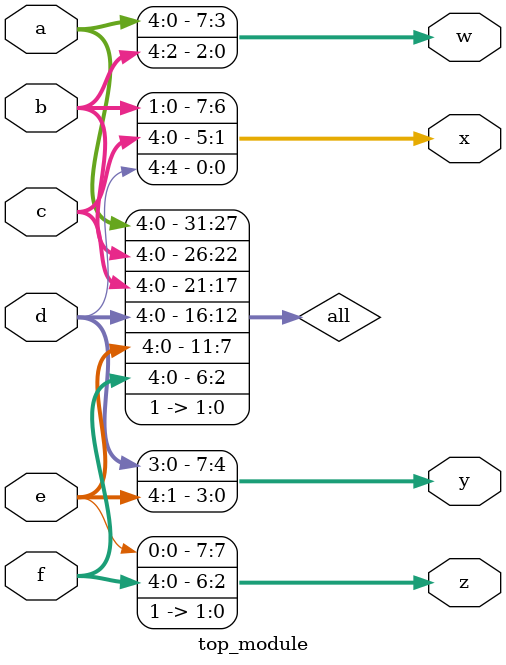
<source format=v>
module top_module (
    input [4:0] a, b, c, d, e, f,
    output [7:0] w, x, y, z );//

    // assign { ... } = { ... };
    wire [31:0]all = {a,b,c,d,e,f,2'b11};
    assign w = all[31:24];
    assign x = all[23:16];
    assign y = all[15:8];
    assign z = all[7:0];
endmodule

</source>
